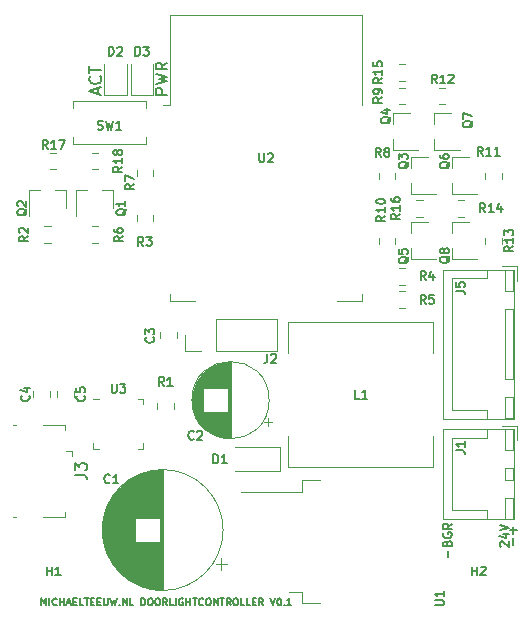
<source format=gbr>
%TF.GenerationSoftware,KiCad,Pcbnew,(5.1.6-0-10_14)*%
%TF.CreationDate,2020-07-27T20:59:48+02:00*%
%TF.ProjectId,DoorLightController,446f6f72-4c69-4676-9874-436f6e74726f,rev?*%
%TF.SameCoordinates,Original*%
%TF.FileFunction,Legend,Top*%
%TF.FilePolarity,Positive*%
%FSLAX46Y46*%
G04 Gerber Fmt 4.6, Leading zero omitted, Abs format (unit mm)*
G04 Created by KiCad (PCBNEW (5.1.6-0-10_14)) date 2020-07-27 20:59:48*
%MOMM*%
%LPD*%
G01*
G04 APERTURE LIST*
%ADD10C,0.150000*%
%ADD11C,0.120000*%
G04 APERTURE END LIST*
D10*
X225453571Y-101810714D02*
X225453571Y-101239285D01*
X225346428Y-100632142D02*
X225382142Y-100525000D01*
X225417857Y-100489285D01*
X225489285Y-100453571D01*
X225596428Y-100453571D01*
X225667857Y-100489285D01*
X225703571Y-100525000D01*
X225739285Y-100596428D01*
X225739285Y-100882142D01*
X224989285Y-100882142D01*
X224989285Y-100632142D01*
X225025000Y-100560714D01*
X225060714Y-100525000D01*
X225132142Y-100489285D01*
X225203571Y-100489285D01*
X225275000Y-100525000D01*
X225310714Y-100560714D01*
X225346428Y-100632142D01*
X225346428Y-100882142D01*
X225025000Y-99739285D02*
X224989285Y-99810714D01*
X224989285Y-99917857D01*
X225025000Y-100025000D01*
X225096428Y-100096428D01*
X225167857Y-100132142D01*
X225310714Y-100167857D01*
X225417857Y-100167857D01*
X225560714Y-100132142D01*
X225632142Y-100096428D01*
X225703571Y-100025000D01*
X225739285Y-99917857D01*
X225739285Y-99846428D01*
X225703571Y-99739285D01*
X225667857Y-99703571D01*
X225417857Y-99703571D01*
X225417857Y-99846428D01*
X225739285Y-98953571D02*
X225382142Y-99203571D01*
X225739285Y-99382142D02*
X224989285Y-99382142D01*
X224989285Y-99096428D01*
X225025000Y-99025000D01*
X225060714Y-98989285D01*
X225132142Y-98953571D01*
X225239285Y-98953571D01*
X225310714Y-98989285D01*
X225346428Y-99025000D01*
X225382142Y-99096428D01*
X225382142Y-99382142D01*
X229860714Y-100892857D02*
X229825000Y-100857142D01*
X229789285Y-100785714D01*
X229789285Y-100607142D01*
X229825000Y-100535714D01*
X229860714Y-100500000D01*
X229932142Y-100464285D01*
X230003571Y-100464285D01*
X230110714Y-100500000D01*
X230539285Y-100928571D01*
X230539285Y-100464285D01*
X230039285Y-99821428D02*
X230539285Y-99821428D01*
X229753571Y-100000000D02*
X230289285Y-100178571D01*
X230289285Y-99714285D01*
X229789285Y-99535714D02*
X230539285Y-99285714D01*
X229789285Y-99035714D01*
X230953571Y-100750000D02*
X230953571Y-100178571D01*
X230953571Y-99821428D02*
X230953571Y-99250000D01*
X231239285Y-99535714D02*
X230667857Y-99535714D01*
X190978571Y-105871428D02*
X190978571Y-105271428D01*
X191178571Y-105700000D01*
X191378571Y-105271428D01*
X191378571Y-105871428D01*
X191664285Y-105871428D02*
X191664285Y-105271428D01*
X192292857Y-105814285D02*
X192264285Y-105842857D01*
X192178571Y-105871428D01*
X192121428Y-105871428D01*
X192035714Y-105842857D01*
X191978571Y-105785714D01*
X191950000Y-105728571D01*
X191921428Y-105614285D01*
X191921428Y-105528571D01*
X191950000Y-105414285D01*
X191978571Y-105357142D01*
X192035714Y-105300000D01*
X192121428Y-105271428D01*
X192178571Y-105271428D01*
X192264285Y-105300000D01*
X192292857Y-105328571D01*
X192550000Y-105871428D02*
X192550000Y-105271428D01*
X192550000Y-105557142D02*
X192892857Y-105557142D01*
X192892857Y-105871428D02*
X192892857Y-105271428D01*
X193150000Y-105700000D02*
X193435714Y-105700000D01*
X193092857Y-105871428D02*
X193292857Y-105271428D01*
X193492857Y-105871428D01*
X193692857Y-105557142D02*
X193892857Y-105557142D01*
X193978571Y-105871428D02*
X193692857Y-105871428D01*
X193692857Y-105271428D01*
X193978571Y-105271428D01*
X194521428Y-105871428D02*
X194235714Y-105871428D01*
X194235714Y-105271428D01*
X194635714Y-105271428D02*
X194978571Y-105271428D01*
X194807142Y-105871428D02*
X194807142Y-105271428D01*
X195178571Y-105557142D02*
X195378571Y-105557142D01*
X195464285Y-105871428D02*
X195178571Y-105871428D01*
X195178571Y-105271428D01*
X195464285Y-105271428D01*
X195721428Y-105557142D02*
X195921428Y-105557142D01*
X196007142Y-105871428D02*
X195721428Y-105871428D01*
X195721428Y-105271428D01*
X196007142Y-105271428D01*
X196264285Y-105271428D02*
X196264285Y-105757142D01*
X196292857Y-105814285D01*
X196321428Y-105842857D01*
X196378571Y-105871428D01*
X196492857Y-105871428D01*
X196550000Y-105842857D01*
X196578571Y-105814285D01*
X196607142Y-105757142D01*
X196607142Y-105271428D01*
X196835714Y-105271428D02*
X196978571Y-105871428D01*
X197092857Y-105442857D01*
X197207142Y-105871428D01*
X197350000Y-105271428D01*
X197578571Y-105814285D02*
X197607142Y-105842857D01*
X197578571Y-105871428D01*
X197550000Y-105842857D01*
X197578571Y-105814285D01*
X197578571Y-105871428D01*
X197864285Y-105871428D02*
X197864285Y-105271428D01*
X198207142Y-105871428D01*
X198207142Y-105271428D01*
X198778571Y-105871428D02*
X198492857Y-105871428D01*
X198492857Y-105271428D01*
X199435714Y-105871428D02*
X199435714Y-105271428D01*
X199578571Y-105271428D01*
X199664285Y-105300000D01*
X199721428Y-105357142D01*
X199750000Y-105414285D01*
X199778571Y-105528571D01*
X199778571Y-105614285D01*
X199750000Y-105728571D01*
X199721428Y-105785714D01*
X199664285Y-105842857D01*
X199578571Y-105871428D01*
X199435714Y-105871428D01*
X200150000Y-105271428D02*
X200264285Y-105271428D01*
X200321428Y-105300000D01*
X200378571Y-105357142D01*
X200407142Y-105471428D01*
X200407142Y-105671428D01*
X200378571Y-105785714D01*
X200321428Y-105842857D01*
X200264285Y-105871428D01*
X200150000Y-105871428D01*
X200092857Y-105842857D01*
X200035714Y-105785714D01*
X200007142Y-105671428D01*
X200007142Y-105471428D01*
X200035714Y-105357142D01*
X200092857Y-105300000D01*
X200150000Y-105271428D01*
X200778571Y-105271428D02*
X200892857Y-105271428D01*
X200950000Y-105300000D01*
X201007142Y-105357142D01*
X201035714Y-105471428D01*
X201035714Y-105671428D01*
X201007142Y-105785714D01*
X200950000Y-105842857D01*
X200892857Y-105871428D01*
X200778571Y-105871428D01*
X200721428Y-105842857D01*
X200664285Y-105785714D01*
X200635714Y-105671428D01*
X200635714Y-105471428D01*
X200664285Y-105357142D01*
X200721428Y-105300000D01*
X200778571Y-105271428D01*
X201635714Y-105871428D02*
X201435714Y-105585714D01*
X201292857Y-105871428D02*
X201292857Y-105271428D01*
X201521428Y-105271428D01*
X201578571Y-105300000D01*
X201607142Y-105328571D01*
X201635714Y-105385714D01*
X201635714Y-105471428D01*
X201607142Y-105528571D01*
X201578571Y-105557142D01*
X201521428Y-105585714D01*
X201292857Y-105585714D01*
X202178571Y-105871428D02*
X201892857Y-105871428D01*
X201892857Y-105271428D01*
X202378571Y-105871428D02*
X202378571Y-105271428D01*
X202978571Y-105300000D02*
X202921428Y-105271428D01*
X202835714Y-105271428D01*
X202750000Y-105300000D01*
X202692857Y-105357142D01*
X202664285Y-105414285D01*
X202635714Y-105528571D01*
X202635714Y-105614285D01*
X202664285Y-105728571D01*
X202692857Y-105785714D01*
X202750000Y-105842857D01*
X202835714Y-105871428D01*
X202892857Y-105871428D01*
X202978571Y-105842857D01*
X203007142Y-105814285D01*
X203007142Y-105614285D01*
X202892857Y-105614285D01*
X203264285Y-105871428D02*
X203264285Y-105271428D01*
X203264285Y-105557142D02*
X203607142Y-105557142D01*
X203607142Y-105871428D02*
X203607142Y-105271428D01*
X203807142Y-105271428D02*
X204150000Y-105271428D01*
X203978571Y-105871428D02*
X203978571Y-105271428D01*
X204692857Y-105814285D02*
X204664285Y-105842857D01*
X204578571Y-105871428D01*
X204521428Y-105871428D01*
X204435714Y-105842857D01*
X204378571Y-105785714D01*
X204350000Y-105728571D01*
X204321428Y-105614285D01*
X204321428Y-105528571D01*
X204350000Y-105414285D01*
X204378571Y-105357142D01*
X204435714Y-105300000D01*
X204521428Y-105271428D01*
X204578571Y-105271428D01*
X204664285Y-105300000D01*
X204692857Y-105328571D01*
X205064285Y-105271428D02*
X205178571Y-105271428D01*
X205235714Y-105300000D01*
X205292857Y-105357142D01*
X205321428Y-105471428D01*
X205321428Y-105671428D01*
X205292857Y-105785714D01*
X205235714Y-105842857D01*
X205178571Y-105871428D01*
X205064285Y-105871428D01*
X205007142Y-105842857D01*
X204950000Y-105785714D01*
X204921428Y-105671428D01*
X204921428Y-105471428D01*
X204950000Y-105357142D01*
X205007142Y-105300000D01*
X205064285Y-105271428D01*
X205578571Y-105871428D02*
X205578571Y-105271428D01*
X205921428Y-105871428D01*
X205921428Y-105271428D01*
X206121428Y-105271428D02*
X206464285Y-105271428D01*
X206292857Y-105871428D02*
X206292857Y-105271428D01*
X207007142Y-105871428D02*
X206807142Y-105585714D01*
X206664285Y-105871428D02*
X206664285Y-105271428D01*
X206892857Y-105271428D01*
X206950000Y-105300000D01*
X206978571Y-105328571D01*
X207007142Y-105385714D01*
X207007142Y-105471428D01*
X206978571Y-105528571D01*
X206950000Y-105557142D01*
X206892857Y-105585714D01*
X206664285Y-105585714D01*
X207378571Y-105271428D02*
X207492857Y-105271428D01*
X207550000Y-105300000D01*
X207607142Y-105357142D01*
X207635714Y-105471428D01*
X207635714Y-105671428D01*
X207607142Y-105785714D01*
X207550000Y-105842857D01*
X207492857Y-105871428D01*
X207378571Y-105871428D01*
X207321428Y-105842857D01*
X207264285Y-105785714D01*
X207235714Y-105671428D01*
X207235714Y-105471428D01*
X207264285Y-105357142D01*
X207321428Y-105300000D01*
X207378571Y-105271428D01*
X208178571Y-105871428D02*
X207892857Y-105871428D01*
X207892857Y-105271428D01*
X208664285Y-105871428D02*
X208378571Y-105871428D01*
X208378571Y-105271428D01*
X208864285Y-105557142D02*
X209064285Y-105557142D01*
X209150000Y-105871428D02*
X208864285Y-105871428D01*
X208864285Y-105271428D01*
X209150000Y-105271428D01*
X209750000Y-105871428D02*
X209550000Y-105585714D01*
X209407142Y-105871428D02*
X209407142Y-105271428D01*
X209635714Y-105271428D01*
X209692857Y-105300000D01*
X209721428Y-105328571D01*
X209750000Y-105385714D01*
X209750000Y-105471428D01*
X209721428Y-105528571D01*
X209692857Y-105557142D01*
X209635714Y-105585714D01*
X209407142Y-105585714D01*
X210378571Y-105271428D02*
X210578571Y-105871428D01*
X210778571Y-105271428D01*
X211092857Y-105271428D02*
X211150000Y-105271428D01*
X211207142Y-105300000D01*
X211235714Y-105328571D01*
X211264285Y-105385714D01*
X211292857Y-105500000D01*
X211292857Y-105642857D01*
X211264285Y-105757142D01*
X211235714Y-105814285D01*
X211207142Y-105842857D01*
X211150000Y-105871428D01*
X211092857Y-105871428D01*
X211035714Y-105842857D01*
X211007142Y-105814285D01*
X210978571Y-105757142D01*
X210950000Y-105642857D01*
X210950000Y-105500000D01*
X210978571Y-105385714D01*
X211007142Y-105328571D01*
X211035714Y-105300000D01*
X211092857Y-105271428D01*
X211550000Y-105814285D02*
X211578571Y-105842857D01*
X211550000Y-105871428D01*
X211521428Y-105842857D01*
X211550000Y-105814285D01*
X211550000Y-105871428D01*
X212150000Y-105871428D02*
X211807142Y-105871428D01*
X211978571Y-105871428D02*
X211978571Y-105271428D01*
X211921428Y-105357142D01*
X211864285Y-105414285D01*
X211807142Y-105442857D01*
D11*
%TO.C,J3*%
X193012500Y-90600000D02*
X193012500Y-91050000D01*
X191162500Y-90600000D02*
X193012500Y-90600000D01*
X188612500Y-98400000D02*
X188862500Y-98400000D01*
X188612500Y-90600000D02*
X188862500Y-90600000D01*
X191162500Y-98400000D02*
X193012500Y-98400000D01*
X193012500Y-98400000D02*
X193012500Y-97950000D01*
X193562500Y-92800000D02*
X193562500Y-93250000D01*
X193562500Y-92800000D02*
X193112500Y-92800000D01*
%TO.C,SW1*%
X193650000Y-66850000D02*
X193650000Y-66200000D01*
X193650000Y-63150000D02*
X193650000Y-63800000D01*
X199850000Y-63800000D02*
X199850000Y-63150000D01*
X199850000Y-66850000D02*
X199850000Y-66200000D01*
X193650000Y-66850000D02*
X199850000Y-66850000D01*
X199850000Y-63150000D02*
X193650000Y-63150000D01*
%TO.C,R18*%
X195758578Y-68960000D02*
X195241422Y-68960000D01*
X195758578Y-67540000D02*
X195241422Y-67540000D01*
%TO.C,R17*%
X192258578Y-67540000D02*
X191741422Y-67540000D01*
X192258578Y-68960000D02*
X191741422Y-68960000D01*
%TO.C,L1*%
X224120000Y-91500000D02*
X224120000Y-94120000D01*
X224120000Y-81880000D02*
X224120000Y-84500000D01*
X211880000Y-81880000D02*
X211880000Y-84500000D01*
X211880000Y-81880000D02*
X224120000Y-81880000D01*
X211880000Y-91500000D02*
X211880000Y-94120000D01*
X211880000Y-94120000D02*
X224120000Y-94120000D01*
%TO.C,D3*%
X198540000Y-60000000D02*
X198540000Y-62685000D01*
X198540000Y-62685000D02*
X200460000Y-62685000D01*
X200460000Y-62685000D02*
X200460000Y-60000000D01*
%TO.C,D2*%
X196290000Y-60000000D02*
X196290000Y-62685000D01*
X196290000Y-62685000D02*
X198210000Y-62685000D01*
X198210000Y-62685000D02*
X198210000Y-60000000D01*
%TO.C,D1*%
X211200000Y-94500000D02*
X211200000Y-92500000D01*
X211200000Y-92500000D02*
X207350000Y-92500000D01*
X211200000Y-94500000D02*
X207350000Y-94500000D01*
%TO.C,C2*%
X210270000Y-88500000D02*
G75*
G03*
X210270000Y-88500000I-3270000J0D01*
G01*
X207000000Y-91730000D02*
X207000000Y-85270000D01*
X206960000Y-91730000D02*
X206960000Y-85270000D01*
X206920000Y-91730000D02*
X206920000Y-85270000D01*
X206880000Y-91728000D02*
X206880000Y-85272000D01*
X206840000Y-91727000D02*
X206840000Y-85273000D01*
X206800000Y-91724000D02*
X206800000Y-85276000D01*
X206760000Y-91722000D02*
X206760000Y-89540000D01*
X206760000Y-87460000D02*
X206760000Y-85278000D01*
X206720000Y-91718000D02*
X206720000Y-89540000D01*
X206720000Y-87460000D02*
X206720000Y-85282000D01*
X206680000Y-91715000D02*
X206680000Y-89540000D01*
X206680000Y-87460000D02*
X206680000Y-85285000D01*
X206640000Y-91711000D02*
X206640000Y-89540000D01*
X206640000Y-87460000D02*
X206640000Y-85289000D01*
X206600000Y-91706000D02*
X206600000Y-89540000D01*
X206600000Y-87460000D02*
X206600000Y-85294000D01*
X206560000Y-91701000D02*
X206560000Y-89540000D01*
X206560000Y-87460000D02*
X206560000Y-85299000D01*
X206520000Y-91695000D02*
X206520000Y-89540000D01*
X206520000Y-87460000D02*
X206520000Y-85305000D01*
X206480000Y-91689000D02*
X206480000Y-89540000D01*
X206480000Y-87460000D02*
X206480000Y-85311000D01*
X206440000Y-91682000D02*
X206440000Y-89540000D01*
X206440000Y-87460000D02*
X206440000Y-85318000D01*
X206400000Y-91675000D02*
X206400000Y-89540000D01*
X206400000Y-87460000D02*
X206400000Y-85325000D01*
X206360000Y-91667000D02*
X206360000Y-89540000D01*
X206360000Y-87460000D02*
X206360000Y-85333000D01*
X206320000Y-91659000D02*
X206320000Y-89540000D01*
X206320000Y-87460000D02*
X206320000Y-85341000D01*
X206279000Y-91650000D02*
X206279000Y-89540000D01*
X206279000Y-87460000D02*
X206279000Y-85350000D01*
X206239000Y-91641000D02*
X206239000Y-89540000D01*
X206239000Y-87460000D02*
X206239000Y-85359000D01*
X206199000Y-91631000D02*
X206199000Y-89540000D01*
X206199000Y-87460000D02*
X206199000Y-85369000D01*
X206159000Y-91621000D02*
X206159000Y-89540000D01*
X206159000Y-87460000D02*
X206159000Y-85379000D01*
X206119000Y-91610000D02*
X206119000Y-89540000D01*
X206119000Y-87460000D02*
X206119000Y-85390000D01*
X206079000Y-91598000D02*
X206079000Y-89540000D01*
X206079000Y-87460000D02*
X206079000Y-85402000D01*
X206039000Y-91586000D02*
X206039000Y-89540000D01*
X206039000Y-87460000D02*
X206039000Y-85414000D01*
X205999000Y-91574000D02*
X205999000Y-89540000D01*
X205999000Y-87460000D02*
X205999000Y-85426000D01*
X205959000Y-91561000D02*
X205959000Y-89540000D01*
X205959000Y-87460000D02*
X205959000Y-85439000D01*
X205919000Y-91547000D02*
X205919000Y-89540000D01*
X205919000Y-87460000D02*
X205919000Y-85453000D01*
X205879000Y-91533000D02*
X205879000Y-89540000D01*
X205879000Y-87460000D02*
X205879000Y-85467000D01*
X205839000Y-91518000D02*
X205839000Y-89540000D01*
X205839000Y-87460000D02*
X205839000Y-85482000D01*
X205799000Y-91502000D02*
X205799000Y-89540000D01*
X205799000Y-87460000D02*
X205799000Y-85498000D01*
X205759000Y-91486000D02*
X205759000Y-89540000D01*
X205759000Y-87460000D02*
X205759000Y-85514000D01*
X205719000Y-91470000D02*
X205719000Y-89540000D01*
X205719000Y-87460000D02*
X205719000Y-85530000D01*
X205679000Y-91452000D02*
X205679000Y-89540000D01*
X205679000Y-87460000D02*
X205679000Y-85548000D01*
X205639000Y-91434000D02*
X205639000Y-89540000D01*
X205639000Y-87460000D02*
X205639000Y-85566000D01*
X205599000Y-91416000D02*
X205599000Y-89540000D01*
X205599000Y-87460000D02*
X205599000Y-85584000D01*
X205559000Y-91396000D02*
X205559000Y-89540000D01*
X205559000Y-87460000D02*
X205559000Y-85604000D01*
X205519000Y-91376000D02*
X205519000Y-89540000D01*
X205519000Y-87460000D02*
X205519000Y-85624000D01*
X205479000Y-91356000D02*
X205479000Y-89540000D01*
X205479000Y-87460000D02*
X205479000Y-85644000D01*
X205439000Y-91334000D02*
X205439000Y-89540000D01*
X205439000Y-87460000D02*
X205439000Y-85666000D01*
X205399000Y-91312000D02*
X205399000Y-89540000D01*
X205399000Y-87460000D02*
X205399000Y-85688000D01*
X205359000Y-91290000D02*
X205359000Y-89540000D01*
X205359000Y-87460000D02*
X205359000Y-85710000D01*
X205319000Y-91266000D02*
X205319000Y-89540000D01*
X205319000Y-87460000D02*
X205319000Y-85734000D01*
X205279000Y-91242000D02*
X205279000Y-89540000D01*
X205279000Y-87460000D02*
X205279000Y-85758000D01*
X205239000Y-91216000D02*
X205239000Y-89540000D01*
X205239000Y-87460000D02*
X205239000Y-85784000D01*
X205199000Y-91190000D02*
X205199000Y-89540000D01*
X205199000Y-87460000D02*
X205199000Y-85810000D01*
X205159000Y-91164000D02*
X205159000Y-89540000D01*
X205159000Y-87460000D02*
X205159000Y-85836000D01*
X205119000Y-91136000D02*
X205119000Y-89540000D01*
X205119000Y-87460000D02*
X205119000Y-85864000D01*
X205079000Y-91107000D02*
X205079000Y-89540000D01*
X205079000Y-87460000D02*
X205079000Y-85893000D01*
X205039000Y-91078000D02*
X205039000Y-89540000D01*
X205039000Y-87460000D02*
X205039000Y-85922000D01*
X204999000Y-91048000D02*
X204999000Y-89540000D01*
X204999000Y-87460000D02*
X204999000Y-85952000D01*
X204959000Y-91016000D02*
X204959000Y-89540000D01*
X204959000Y-87460000D02*
X204959000Y-85984000D01*
X204919000Y-90984000D02*
X204919000Y-89540000D01*
X204919000Y-87460000D02*
X204919000Y-86016000D01*
X204879000Y-90950000D02*
X204879000Y-89540000D01*
X204879000Y-87460000D02*
X204879000Y-86050000D01*
X204839000Y-90916000D02*
X204839000Y-89540000D01*
X204839000Y-87460000D02*
X204839000Y-86084000D01*
X204799000Y-90880000D02*
X204799000Y-89540000D01*
X204799000Y-87460000D02*
X204799000Y-86120000D01*
X204759000Y-90843000D02*
X204759000Y-89540000D01*
X204759000Y-87460000D02*
X204759000Y-86157000D01*
X204719000Y-90805000D02*
X204719000Y-89540000D01*
X204719000Y-87460000D02*
X204719000Y-86195000D01*
X204679000Y-90765000D02*
X204679000Y-86235000D01*
X204639000Y-90724000D02*
X204639000Y-86276000D01*
X204599000Y-90682000D02*
X204599000Y-86318000D01*
X204559000Y-90637000D02*
X204559000Y-86363000D01*
X204519000Y-90592000D02*
X204519000Y-86408000D01*
X204479000Y-90544000D02*
X204479000Y-86456000D01*
X204439000Y-90495000D02*
X204439000Y-86505000D01*
X204399000Y-90444000D02*
X204399000Y-86556000D01*
X204359000Y-90390000D02*
X204359000Y-86610000D01*
X204319000Y-90334000D02*
X204319000Y-86666000D01*
X204279000Y-90276000D02*
X204279000Y-86724000D01*
X204239000Y-90214000D02*
X204239000Y-86786000D01*
X204199000Y-90150000D02*
X204199000Y-86850000D01*
X204159000Y-90081000D02*
X204159000Y-86919000D01*
X204119000Y-90009000D02*
X204119000Y-86991000D01*
X204079000Y-89932000D02*
X204079000Y-87068000D01*
X204039000Y-89850000D02*
X204039000Y-87150000D01*
X203999000Y-89762000D02*
X203999000Y-87238000D01*
X203959000Y-89665000D02*
X203959000Y-87335000D01*
X203919000Y-89559000D02*
X203919000Y-87441000D01*
X203879000Y-89440000D02*
X203879000Y-87560000D01*
X203839000Y-89302000D02*
X203839000Y-87698000D01*
X203799000Y-89133000D02*
X203799000Y-87867000D01*
X203759000Y-88902000D02*
X203759000Y-88098000D01*
X210500241Y-90339000D02*
X209870241Y-90339000D01*
X210185241Y-90654000D02*
X210185241Y-90024000D01*
%TO.C,C1*%
X206370000Y-99500000D02*
G75*
G03*
X206370000Y-99500000I-5120000J0D01*
G01*
X201250000Y-104580000D02*
X201250000Y-94420000D01*
X201210000Y-104580000D02*
X201210000Y-94420000D01*
X201170000Y-104580000D02*
X201170000Y-94420000D01*
X201130000Y-104579000D02*
X201130000Y-94421000D01*
X201090000Y-104578000D02*
X201090000Y-94422000D01*
X201050000Y-104577000D02*
X201050000Y-94423000D01*
X201010000Y-104575000D02*
X201010000Y-100540000D01*
X201010000Y-98460000D02*
X201010000Y-94425000D01*
X200970000Y-104573000D02*
X200970000Y-100540000D01*
X200970000Y-98460000D02*
X200970000Y-94427000D01*
X200930000Y-104570000D02*
X200930000Y-100540000D01*
X200930000Y-98460000D02*
X200930000Y-94430000D01*
X200890000Y-104568000D02*
X200890000Y-100540000D01*
X200890000Y-98460000D02*
X200890000Y-94432000D01*
X200850000Y-104565000D02*
X200850000Y-100540000D01*
X200850000Y-98460000D02*
X200850000Y-94435000D01*
X200810000Y-104562000D02*
X200810000Y-100540000D01*
X200810000Y-98460000D02*
X200810000Y-94438000D01*
X200770000Y-104558000D02*
X200770000Y-100540000D01*
X200770000Y-98460000D02*
X200770000Y-94442000D01*
X200730000Y-104554000D02*
X200730000Y-100540000D01*
X200730000Y-98460000D02*
X200730000Y-94446000D01*
X200690000Y-104550000D02*
X200690000Y-100540000D01*
X200690000Y-98460000D02*
X200690000Y-94450000D01*
X200650000Y-104545000D02*
X200650000Y-100540000D01*
X200650000Y-98460000D02*
X200650000Y-94455000D01*
X200610000Y-104540000D02*
X200610000Y-100540000D01*
X200610000Y-98460000D02*
X200610000Y-94460000D01*
X200570000Y-104535000D02*
X200570000Y-100540000D01*
X200570000Y-98460000D02*
X200570000Y-94465000D01*
X200529000Y-104530000D02*
X200529000Y-100540000D01*
X200529000Y-98460000D02*
X200529000Y-94470000D01*
X200489000Y-104524000D02*
X200489000Y-100540000D01*
X200489000Y-98460000D02*
X200489000Y-94476000D01*
X200449000Y-104518000D02*
X200449000Y-100540000D01*
X200449000Y-98460000D02*
X200449000Y-94482000D01*
X200409000Y-104511000D02*
X200409000Y-100540000D01*
X200409000Y-98460000D02*
X200409000Y-94489000D01*
X200369000Y-104504000D02*
X200369000Y-100540000D01*
X200369000Y-98460000D02*
X200369000Y-94496000D01*
X200329000Y-104497000D02*
X200329000Y-100540000D01*
X200329000Y-98460000D02*
X200329000Y-94503000D01*
X200289000Y-104490000D02*
X200289000Y-100540000D01*
X200289000Y-98460000D02*
X200289000Y-94510000D01*
X200249000Y-104482000D02*
X200249000Y-100540000D01*
X200249000Y-98460000D02*
X200249000Y-94518000D01*
X200209000Y-104474000D02*
X200209000Y-100540000D01*
X200209000Y-98460000D02*
X200209000Y-94526000D01*
X200169000Y-104465000D02*
X200169000Y-100540000D01*
X200169000Y-98460000D02*
X200169000Y-94535000D01*
X200129000Y-104456000D02*
X200129000Y-100540000D01*
X200129000Y-98460000D02*
X200129000Y-94544000D01*
X200089000Y-104447000D02*
X200089000Y-100540000D01*
X200089000Y-98460000D02*
X200089000Y-94553000D01*
X200049000Y-104438000D02*
X200049000Y-100540000D01*
X200049000Y-98460000D02*
X200049000Y-94562000D01*
X200009000Y-104428000D02*
X200009000Y-100540000D01*
X200009000Y-98460000D02*
X200009000Y-94572000D01*
X199969000Y-104418000D02*
X199969000Y-100540000D01*
X199969000Y-98460000D02*
X199969000Y-94582000D01*
X199929000Y-104407000D02*
X199929000Y-100540000D01*
X199929000Y-98460000D02*
X199929000Y-94593000D01*
X199889000Y-104397000D02*
X199889000Y-100540000D01*
X199889000Y-98460000D02*
X199889000Y-94603000D01*
X199849000Y-104385000D02*
X199849000Y-100540000D01*
X199849000Y-98460000D02*
X199849000Y-94615000D01*
X199809000Y-104374000D02*
X199809000Y-100540000D01*
X199809000Y-98460000D02*
X199809000Y-94626000D01*
X199769000Y-104362000D02*
X199769000Y-100540000D01*
X199769000Y-98460000D02*
X199769000Y-94638000D01*
X199729000Y-104350000D02*
X199729000Y-100540000D01*
X199729000Y-98460000D02*
X199729000Y-94650000D01*
X199689000Y-104337000D02*
X199689000Y-100540000D01*
X199689000Y-98460000D02*
X199689000Y-94663000D01*
X199649000Y-104324000D02*
X199649000Y-100540000D01*
X199649000Y-98460000D02*
X199649000Y-94676000D01*
X199609000Y-104311000D02*
X199609000Y-100540000D01*
X199609000Y-98460000D02*
X199609000Y-94689000D01*
X199569000Y-104297000D02*
X199569000Y-100540000D01*
X199569000Y-98460000D02*
X199569000Y-94703000D01*
X199529000Y-104283000D02*
X199529000Y-100540000D01*
X199529000Y-98460000D02*
X199529000Y-94717000D01*
X199489000Y-104268000D02*
X199489000Y-100540000D01*
X199489000Y-98460000D02*
X199489000Y-94732000D01*
X199449000Y-104254000D02*
X199449000Y-100540000D01*
X199449000Y-98460000D02*
X199449000Y-94746000D01*
X199409000Y-104238000D02*
X199409000Y-100540000D01*
X199409000Y-98460000D02*
X199409000Y-94762000D01*
X199369000Y-104223000D02*
X199369000Y-100540000D01*
X199369000Y-98460000D02*
X199369000Y-94777000D01*
X199329000Y-104207000D02*
X199329000Y-100540000D01*
X199329000Y-98460000D02*
X199329000Y-94793000D01*
X199289000Y-104190000D02*
X199289000Y-100540000D01*
X199289000Y-98460000D02*
X199289000Y-94810000D01*
X199249000Y-104174000D02*
X199249000Y-100540000D01*
X199249000Y-98460000D02*
X199249000Y-94826000D01*
X199209000Y-104157000D02*
X199209000Y-100540000D01*
X199209000Y-98460000D02*
X199209000Y-94843000D01*
X199169000Y-104139000D02*
X199169000Y-100540000D01*
X199169000Y-98460000D02*
X199169000Y-94861000D01*
X199129000Y-104121000D02*
X199129000Y-100540000D01*
X199129000Y-98460000D02*
X199129000Y-94879000D01*
X199089000Y-104103000D02*
X199089000Y-100540000D01*
X199089000Y-98460000D02*
X199089000Y-94897000D01*
X199049000Y-104084000D02*
X199049000Y-100540000D01*
X199049000Y-98460000D02*
X199049000Y-94916000D01*
X199009000Y-104064000D02*
X199009000Y-100540000D01*
X199009000Y-98460000D02*
X199009000Y-94936000D01*
X198969000Y-104045000D02*
X198969000Y-100540000D01*
X198969000Y-98460000D02*
X198969000Y-94955000D01*
X198929000Y-104025000D02*
X198929000Y-94975000D01*
X198889000Y-104004000D02*
X198889000Y-94996000D01*
X198849000Y-103983000D02*
X198849000Y-95017000D01*
X198809000Y-103962000D02*
X198809000Y-95038000D01*
X198769000Y-103940000D02*
X198769000Y-95060000D01*
X198729000Y-103917000D02*
X198729000Y-95083000D01*
X198689000Y-103895000D02*
X198689000Y-95105000D01*
X198649000Y-103871000D02*
X198649000Y-95129000D01*
X198609000Y-103847000D02*
X198609000Y-95153000D01*
X198569000Y-103823000D02*
X198569000Y-95177000D01*
X198529000Y-103798000D02*
X198529000Y-95202000D01*
X198489000Y-103773000D02*
X198489000Y-95227000D01*
X198449000Y-103747000D02*
X198449000Y-95253000D01*
X198409000Y-103721000D02*
X198409000Y-95279000D01*
X198369000Y-103694000D02*
X198369000Y-95306000D01*
X198329000Y-103666000D02*
X198329000Y-95334000D01*
X198289000Y-103638000D02*
X198289000Y-95362000D01*
X198249000Y-103610000D02*
X198249000Y-95390000D01*
X198209000Y-103580000D02*
X198209000Y-95420000D01*
X198169000Y-103550000D02*
X198169000Y-95450000D01*
X198129000Y-103520000D02*
X198129000Y-95480000D01*
X198089000Y-103489000D02*
X198089000Y-95511000D01*
X198049000Y-103457000D02*
X198049000Y-95543000D01*
X198009000Y-103425000D02*
X198009000Y-95575000D01*
X197969000Y-103392000D02*
X197969000Y-95608000D01*
X197929000Y-103358000D02*
X197929000Y-95642000D01*
X197889000Y-103324000D02*
X197889000Y-95676000D01*
X197849000Y-103289000D02*
X197849000Y-95711000D01*
X197809000Y-103253000D02*
X197809000Y-95747000D01*
X197769000Y-103216000D02*
X197769000Y-95784000D01*
X197729000Y-103179000D02*
X197729000Y-95821000D01*
X197689000Y-103140000D02*
X197689000Y-95860000D01*
X197649000Y-103101000D02*
X197649000Y-95899000D01*
X197609000Y-103061000D02*
X197609000Y-95939000D01*
X197569000Y-103020000D02*
X197569000Y-95980000D01*
X197529000Y-102978000D02*
X197529000Y-96022000D01*
X197489000Y-102936000D02*
X197489000Y-96064000D01*
X197449000Y-102892000D02*
X197449000Y-96108000D01*
X197409000Y-102847000D02*
X197409000Y-96153000D01*
X197369000Y-102801000D02*
X197369000Y-96199000D01*
X197329000Y-102754000D02*
X197329000Y-96246000D01*
X197289000Y-102706000D02*
X197289000Y-96294000D01*
X197249000Y-102656000D02*
X197249000Y-96344000D01*
X197209000Y-102606000D02*
X197209000Y-96394000D01*
X197169000Y-102554000D02*
X197169000Y-96446000D01*
X197129000Y-102500000D02*
X197129000Y-96500000D01*
X197089000Y-102445000D02*
X197089000Y-96555000D01*
X197049000Y-102389000D02*
X197049000Y-96611000D01*
X197009000Y-102330000D02*
X197009000Y-96670000D01*
X196969000Y-102270000D02*
X196969000Y-96730000D01*
X196929000Y-102209000D02*
X196929000Y-96791000D01*
X196889000Y-102145000D02*
X196889000Y-96855000D01*
X196849000Y-102079000D02*
X196849000Y-96921000D01*
X196809000Y-102010000D02*
X196809000Y-96990000D01*
X196769000Y-101939000D02*
X196769000Y-97061000D01*
X196729000Y-101865000D02*
X196729000Y-97135000D01*
X196689000Y-101789000D02*
X196689000Y-97211000D01*
X196649000Y-101709000D02*
X196649000Y-97291000D01*
X196609000Y-101625000D02*
X196609000Y-97375000D01*
X196569000Y-101537000D02*
X196569000Y-97463000D01*
X196529000Y-101444000D02*
X196529000Y-97556000D01*
X196489000Y-101346000D02*
X196489000Y-97654000D01*
X196449000Y-101242000D02*
X196449000Y-97758000D01*
X196409000Y-101130000D02*
X196409000Y-97870000D01*
X196369000Y-101010000D02*
X196369000Y-97990000D01*
X196329000Y-100878000D02*
X196329000Y-98122000D01*
X196289000Y-100730000D02*
X196289000Y-98270000D01*
X196249000Y-100562000D02*
X196249000Y-98438000D01*
X196209000Y-100362000D02*
X196209000Y-98638000D01*
X196169000Y-100099000D02*
X196169000Y-98901000D01*
X206729646Y-102375000D02*
X205729646Y-102375000D01*
X206229646Y-102875000D02*
X206229646Y-101875000D01*
%TO.C,U2*%
X201880000Y-55880000D02*
X218120000Y-55880000D01*
X218120000Y-55880000D02*
X218120000Y-63500000D01*
X218120000Y-79500000D02*
X218120000Y-80120000D01*
X218120000Y-80120000D02*
X216000000Y-80120000D01*
X204000000Y-80120000D02*
X201880000Y-80120000D01*
X201880000Y-80120000D02*
X201880000Y-79500000D01*
X201880000Y-63500000D02*
X201880000Y-55880000D01*
X201880000Y-63500000D02*
X201270000Y-63500000D01*
%TO.C,C3*%
X201040000Y-82741422D02*
X201040000Y-83258578D01*
X202460000Y-82741422D02*
X202460000Y-83258578D01*
%TO.C,C4*%
X190290000Y-88258578D02*
X190290000Y-87741422D01*
X191710000Y-88258578D02*
X191710000Y-87741422D01*
%TO.C,C5*%
X192290000Y-87741422D02*
X192290000Y-88258578D01*
X193710000Y-87741422D02*
X193710000Y-88258578D01*
%TO.C,J1*%
X230960000Y-90940000D02*
X224990000Y-90940000D01*
X224990000Y-90940000D02*
X224990000Y-98560000D01*
X224990000Y-98560000D02*
X230960000Y-98560000D01*
X230960000Y-98560000D02*
X230960000Y-90940000D01*
X230950000Y-94250000D02*
X230200000Y-94250000D01*
X230200000Y-94250000D02*
X230200000Y-95250000D01*
X230200000Y-95250000D02*
X230950000Y-95250000D01*
X230950000Y-95250000D02*
X230950000Y-94250000D01*
X230950000Y-90950000D02*
X230200000Y-90950000D01*
X230200000Y-90950000D02*
X230200000Y-92750000D01*
X230200000Y-92750000D02*
X230950000Y-92750000D01*
X230950000Y-92750000D02*
X230950000Y-90950000D01*
X230950000Y-96750000D02*
X230200000Y-96750000D01*
X230200000Y-96750000D02*
X230200000Y-98550000D01*
X230200000Y-98550000D02*
X230950000Y-98550000D01*
X230950000Y-98550000D02*
X230950000Y-96750000D01*
X228700000Y-90950000D02*
X228700000Y-91700000D01*
X228700000Y-91700000D02*
X225750000Y-91700000D01*
X225750000Y-91700000D02*
X225750000Y-94750000D01*
X228700000Y-98550000D02*
X228700000Y-97800000D01*
X228700000Y-97800000D02*
X225750000Y-97800000D01*
X225750000Y-97800000D02*
X225750000Y-94750000D01*
X231250000Y-91900000D02*
X231250000Y-90650000D01*
X231250000Y-90650000D02*
X230000000Y-90650000D01*
%TO.C,J2*%
X210910000Y-84330000D02*
X210910000Y-81670000D01*
X205770000Y-84330000D02*
X210910000Y-84330000D01*
X205770000Y-81670000D02*
X210910000Y-81670000D01*
X205770000Y-84330000D02*
X205770000Y-81670000D01*
X204500000Y-84330000D02*
X203170000Y-84330000D01*
X203170000Y-84330000D02*
X203170000Y-83000000D01*
%TO.C,J5*%
X230960000Y-77440000D02*
X224990000Y-77440000D01*
X224990000Y-77440000D02*
X224990000Y-90060000D01*
X224990000Y-90060000D02*
X230960000Y-90060000D01*
X230960000Y-90060000D02*
X230960000Y-77440000D01*
X230950000Y-80750000D02*
X230200000Y-80750000D01*
X230200000Y-80750000D02*
X230200000Y-86750000D01*
X230200000Y-86750000D02*
X230950000Y-86750000D01*
X230950000Y-86750000D02*
X230950000Y-80750000D01*
X230950000Y-77450000D02*
X230200000Y-77450000D01*
X230200000Y-77450000D02*
X230200000Y-79250000D01*
X230200000Y-79250000D02*
X230950000Y-79250000D01*
X230950000Y-79250000D02*
X230950000Y-77450000D01*
X230950000Y-88250000D02*
X230200000Y-88250000D01*
X230200000Y-88250000D02*
X230200000Y-90050000D01*
X230200000Y-90050000D02*
X230950000Y-90050000D01*
X230950000Y-90050000D02*
X230950000Y-88250000D01*
X228700000Y-77450000D02*
X228700000Y-78200000D01*
X228700000Y-78200000D02*
X225750000Y-78200000D01*
X225750000Y-78200000D02*
X225750000Y-83750000D01*
X228700000Y-90050000D02*
X228700000Y-89300000D01*
X228700000Y-89300000D02*
X225750000Y-89300000D01*
X225750000Y-89300000D02*
X225750000Y-83750000D01*
X231250000Y-78400000D02*
X231250000Y-77150000D01*
X231250000Y-77150000D02*
X230000000Y-77150000D01*
%TO.C,Q1*%
X197080000Y-70740000D02*
X196150000Y-70740000D01*
X193920000Y-70740000D02*
X194850000Y-70740000D01*
X193920000Y-70740000D02*
X193920000Y-72900000D01*
X197080000Y-70740000D02*
X197080000Y-72200000D01*
%TO.C,Q2*%
X193080000Y-70740000D02*
X192150000Y-70740000D01*
X189920000Y-70740000D02*
X190850000Y-70740000D01*
X189920000Y-70740000D02*
X189920000Y-72900000D01*
X193080000Y-70740000D02*
X193080000Y-72200000D01*
%TO.C,Q3*%
X222240000Y-67920000D02*
X222240000Y-68850000D01*
X222240000Y-71080000D02*
X222240000Y-70150000D01*
X222240000Y-71080000D02*
X224400000Y-71080000D01*
X222240000Y-67920000D02*
X223700000Y-67920000D01*
%TO.C,Q4*%
X220740000Y-64170000D02*
X222200000Y-64170000D01*
X220740000Y-67330000D02*
X222900000Y-67330000D01*
X220740000Y-67330000D02*
X220740000Y-66400000D01*
X220740000Y-64170000D02*
X220740000Y-65100000D01*
%TO.C,Q5*%
X222240000Y-73420000D02*
X222240000Y-74350000D01*
X222240000Y-76580000D02*
X222240000Y-75650000D01*
X222240000Y-76580000D02*
X224400000Y-76580000D01*
X222240000Y-73420000D02*
X223700000Y-73420000D01*
%TO.C,Q6*%
X225740000Y-67920000D02*
X227200000Y-67920000D01*
X225740000Y-71080000D02*
X227900000Y-71080000D01*
X225740000Y-71080000D02*
X225740000Y-70150000D01*
X225740000Y-67920000D02*
X225740000Y-68850000D01*
%TO.C,Q7*%
X224240000Y-64170000D02*
X225700000Y-64170000D01*
X224240000Y-67330000D02*
X226400000Y-67330000D01*
X224240000Y-67330000D02*
X224240000Y-66400000D01*
X224240000Y-64170000D02*
X224240000Y-65100000D01*
%TO.C,Q8*%
X225740000Y-73420000D02*
X227200000Y-73420000D01*
X225740000Y-76580000D02*
X227900000Y-76580000D01*
X225740000Y-76580000D02*
X225740000Y-75650000D01*
X225740000Y-73420000D02*
X225740000Y-74350000D01*
%TO.C,R1*%
X202210000Y-89258578D02*
X202210000Y-88741422D01*
X200790000Y-89258578D02*
X200790000Y-88741422D01*
%TO.C,R2*%
X191241422Y-75210000D02*
X191758578Y-75210000D01*
X191241422Y-73790000D02*
X191758578Y-73790000D01*
%TO.C,R3*%
X200460000Y-72803922D02*
X200460000Y-73321078D01*
X199040000Y-72803922D02*
X199040000Y-73321078D01*
%TO.C,R4*%
X221241422Y-78710000D02*
X221758578Y-78710000D01*
X221241422Y-77290000D02*
X221758578Y-77290000D01*
%TO.C,R5*%
X221758578Y-80710000D02*
X221241422Y-80710000D01*
X221758578Y-79290000D02*
X221241422Y-79290000D01*
%TO.C,R6*%
X195758578Y-75210000D02*
X195241422Y-75210000D01*
X195758578Y-73790000D02*
X195241422Y-73790000D01*
%TO.C,R7*%
X200460000Y-69508578D02*
X200460000Y-68991422D01*
X199040000Y-69508578D02*
X199040000Y-68991422D01*
%TO.C,R8*%
X220960000Y-69241422D02*
X220960000Y-69758578D01*
X219540000Y-69241422D02*
X219540000Y-69758578D01*
%TO.C,R9*%
X221241422Y-63460000D02*
X221758578Y-63460000D01*
X221241422Y-62040000D02*
X221758578Y-62040000D01*
%TO.C,R10*%
X220960000Y-74741422D02*
X220960000Y-75258578D01*
X219540000Y-74741422D02*
X219540000Y-75258578D01*
%TO.C,R11*%
X229960000Y-69758578D02*
X229960000Y-69241422D01*
X228540000Y-69758578D02*
X228540000Y-69241422D01*
%TO.C,R12*%
X224678922Y-62040000D02*
X225196078Y-62040000D01*
X224678922Y-63460000D02*
X225196078Y-63460000D01*
%TO.C,R13*%
X229960000Y-75258578D02*
X229960000Y-74741422D01*
X228540000Y-75258578D02*
X228540000Y-74741422D01*
%TO.C,R14*%
X226758578Y-71540000D02*
X226241422Y-71540000D01*
X226758578Y-72960000D02*
X226241422Y-72960000D01*
%TO.C,R15*%
X221241422Y-60040000D02*
X221758578Y-60040000D01*
X221241422Y-61460000D02*
X221758578Y-61460000D01*
%TO.C,R16*%
X222741422Y-71540000D02*
X223258578Y-71540000D01*
X222741422Y-72960000D02*
X223258578Y-72960000D01*
%TO.C,U1*%
X214550000Y-95300000D02*
X213050000Y-95300000D01*
X213050000Y-95300000D02*
X213050000Y-96250000D01*
X213050000Y-96250000D02*
X207925000Y-96250000D01*
X214550000Y-105700000D02*
X213050000Y-105700000D01*
X213050000Y-105700000D02*
X213050000Y-104750000D01*
X213050000Y-104750000D02*
X211950000Y-104750000D01*
%TO.C,U3*%
X199135000Y-88390000D02*
X199610000Y-88390000D01*
X199610000Y-88390000D02*
X199610000Y-88865000D01*
X195865000Y-92610000D02*
X195390000Y-92610000D01*
X195390000Y-92610000D02*
X195390000Y-92135000D01*
X199135000Y-92610000D02*
X199610000Y-92610000D01*
X199610000Y-92610000D02*
X199610000Y-92135000D01*
X195865000Y-88390000D02*
X195390000Y-88390000D01*
%TO.C,J3*%
D10*
X193814880Y-94833333D02*
X194529166Y-94833333D01*
X194672023Y-94880952D01*
X194767261Y-94976190D01*
X194814880Y-95119047D01*
X194814880Y-95214285D01*
X193814880Y-94452380D02*
X193814880Y-93833333D01*
X194195833Y-94166666D01*
X194195833Y-94023809D01*
X194243452Y-93928571D01*
X194291071Y-93880952D01*
X194386309Y-93833333D01*
X194624404Y-93833333D01*
X194719642Y-93880952D01*
X194767261Y-93928571D01*
X194814880Y-94023809D01*
X194814880Y-94309523D01*
X194767261Y-94404761D01*
X194719642Y-94452380D01*
%TO.C,SW1*%
X195750000Y-65553571D02*
X195857142Y-65589285D01*
X196035714Y-65589285D01*
X196107142Y-65553571D01*
X196142857Y-65517857D01*
X196178571Y-65446428D01*
X196178571Y-65375000D01*
X196142857Y-65303571D01*
X196107142Y-65267857D01*
X196035714Y-65232142D01*
X195892857Y-65196428D01*
X195821428Y-65160714D01*
X195785714Y-65125000D01*
X195750000Y-65053571D01*
X195750000Y-64982142D01*
X195785714Y-64910714D01*
X195821428Y-64875000D01*
X195892857Y-64839285D01*
X196071428Y-64839285D01*
X196178571Y-64875000D01*
X196428571Y-64839285D02*
X196607142Y-65589285D01*
X196750000Y-65053571D01*
X196892857Y-65589285D01*
X197071428Y-64839285D01*
X197750000Y-65589285D02*
X197321428Y-65589285D01*
X197535714Y-65589285D02*
X197535714Y-64839285D01*
X197464285Y-64946428D01*
X197392857Y-65017857D01*
X197321428Y-65053571D01*
%TO.C,R18*%
X197839285Y-68732142D02*
X197482142Y-68982142D01*
X197839285Y-69160714D02*
X197089285Y-69160714D01*
X197089285Y-68875000D01*
X197125000Y-68803571D01*
X197160714Y-68767857D01*
X197232142Y-68732142D01*
X197339285Y-68732142D01*
X197410714Y-68767857D01*
X197446428Y-68803571D01*
X197482142Y-68875000D01*
X197482142Y-69160714D01*
X197839285Y-68017857D02*
X197839285Y-68446428D01*
X197839285Y-68232142D02*
X197089285Y-68232142D01*
X197196428Y-68303571D01*
X197267857Y-68375000D01*
X197303571Y-68446428D01*
X197410714Y-67589285D02*
X197375000Y-67660714D01*
X197339285Y-67696428D01*
X197267857Y-67732142D01*
X197232142Y-67732142D01*
X197160714Y-67696428D01*
X197125000Y-67660714D01*
X197089285Y-67589285D01*
X197089285Y-67446428D01*
X197125000Y-67375000D01*
X197160714Y-67339285D01*
X197232142Y-67303571D01*
X197267857Y-67303571D01*
X197339285Y-67339285D01*
X197375000Y-67375000D01*
X197410714Y-67446428D01*
X197410714Y-67589285D01*
X197446428Y-67660714D01*
X197482142Y-67696428D01*
X197553571Y-67732142D01*
X197696428Y-67732142D01*
X197767857Y-67696428D01*
X197803571Y-67660714D01*
X197839285Y-67589285D01*
X197839285Y-67446428D01*
X197803571Y-67375000D01*
X197767857Y-67339285D01*
X197696428Y-67303571D01*
X197553571Y-67303571D01*
X197482142Y-67339285D01*
X197446428Y-67375000D01*
X197410714Y-67446428D01*
%TO.C,R17*%
X191517857Y-67239285D02*
X191267857Y-66882142D01*
X191089285Y-67239285D02*
X191089285Y-66489285D01*
X191375000Y-66489285D01*
X191446428Y-66525000D01*
X191482142Y-66560714D01*
X191517857Y-66632142D01*
X191517857Y-66739285D01*
X191482142Y-66810714D01*
X191446428Y-66846428D01*
X191375000Y-66882142D01*
X191089285Y-66882142D01*
X192232142Y-67239285D02*
X191803571Y-67239285D01*
X192017857Y-67239285D02*
X192017857Y-66489285D01*
X191946428Y-66596428D01*
X191875000Y-66667857D01*
X191803571Y-66703571D01*
X192482142Y-66489285D02*
X192982142Y-66489285D01*
X192660714Y-67239285D01*
%TO.C,L1*%
X217925000Y-88389285D02*
X217567857Y-88389285D01*
X217567857Y-87639285D01*
X218567857Y-88389285D02*
X218139285Y-88389285D01*
X218353571Y-88389285D02*
X218353571Y-87639285D01*
X218282142Y-87746428D01*
X218210714Y-87817857D01*
X218139285Y-87853571D01*
%TO.C,D3*%
X198946428Y-59339285D02*
X198946428Y-58589285D01*
X199125000Y-58589285D01*
X199232142Y-58625000D01*
X199303571Y-58696428D01*
X199339285Y-58767857D01*
X199375000Y-58910714D01*
X199375000Y-59017857D01*
X199339285Y-59160714D01*
X199303571Y-59232142D01*
X199232142Y-59303571D01*
X199125000Y-59339285D01*
X198946428Y-59339285D01*
X199625000Y-58589285D02*
X200089285Y-58589285D01*
X199839285Y-58875000D01*
X199946428Y-58875000D01*
X200017857Y-58910714D01*
X200053571Y-58946428D01*
X200089285Y-59017857D01*
X200089285Y-59196428D01*
X200053571Y-59267857D01*
X200017857Y-59303571D01*
X199946428Y-59339285D01*
X199732142Y-59339285D01*
X199660714Y-59303571D01*
X199625000Y-59267857D01*
X201652380Y-62633333D02*
X200652380Y-62633333D01*
X200652380Y-62252380D01*
X200700000Y-62157142D01*
X200747619Y-62109523D01*
X200842857Y-62061904D01*
X200985714Y-62061904D01*
X201080952Y-62109523D01*
X201128571Y-62157142D01*
X201176190Y-62252380D01*
X201176190Y-62633333D01*
X200652380Y-61728571D02*
X201652380Y-61490476D01*
X200938095Y-61300000D01*
X201652380Y-61109523D01*
X200652380Y-60871428D01*
X201652380Y-59919047D02*
X201176190Y-60252380D01*
X201652380Y-60490476D02*
X200652380Y-60490476D01*
X200652380Y-60109523D01*
X200700000Y-60014285D01*
X200747619Y-59966666D01*
X200842857Y-59919047D01*
X200985714Y-59919047D01*
X201080952Y-59966666D01*
X201128571Y-60014285D01*
X201176190Y-60109523D01*
X201176190Y-60490476D01*
%TO.C,D2*%
X196696428Y-59339285D02*
X196696428Y-58589285D01*
X196875000Y-58589285D01*
X196982142Y-58625000D01*
X197053571Y-58696428D01*
X197089285Y-58767857D01*
X197125000Y-58910714D01*
X197125000Y-59017857D01*
X197089285Y-59160714D01*
X197053571Y-59232142D01*
X196982142Y-59303571D01*
X196875000Y-59339285D01*
X196696428Y-59339285D01*
X197410714Y-58660714D02*
X197446428Y-58625000D01*
X197517857Y-58589285D01*
X197696428Y-58589285D01*
X197767857Y-58625000D01*
X197803571Y-58660714D01*
X197839285Y-58732142D01*
X197839285Y-58803571D01*
X197803571Y-58910714D01*
X197375000Y-59339285D01*
X197839285Y-59339285D01*
X195766666Y-62569047D02*
X195766666Y-62092857D01*
X196052380Y-62664285D02*
X195052380Y-62330952D01*
X196052380Y-61997619D01*
X195957142Y-61092857D02*
X196004761Y-61140476D01*
X196052380Y-61283333D01*
X196052380Y-61378571D01*
X196004761Y-61521428D01*
X195909523Y-61616666D01*
X195814285Y-61664285D01*
X195623809Y-61711904D01*
X195480952Y-61711904D01*
X195290476Y-61664285D01*
X195195238Y-61616666D01*
X195100000Y-61521428D01*
X195052380Y-61378571D01*
X195052380Y-61283333D01*
X195100000Y-61140476D01*
X195147619Y-61092857D01*
X195052380Y-60807142D02*
X195052380Y-60235714D01*
X196052380Y-60521428D02*
X195052380Y-60521428D01*
%TO.C,D1*%
X205546428Y-93839285D02*
X205546428Y-93089285D01*
X205725000Y-93089285D01*
X205832142Y-93125000D01*
X205903571Y-93196428D01*
X205939285Y-93267857D01*
X205975000Y-93410714D01*
X205975000Y-93517857D01*
X205939285Y-93660714D01*
X205903571Y-93732142D01*
X205832142Y-93803571D01*
X205725000Y-93839285D01*
X205546428Y-93839285D01*
X206689285Y-93839285D02*
X206260714Y-93839285D01*
X206475000Y-93839285D02*
X206475000Y-93089285D01*
X206403571Y-93196428D01*
X206332142Y-93267857D01*
X206260714Y-93303571D01*
%TO.C,C2*%
X203875000Y-91767857D02*
X203839285Y-91803571D01*
X203732142Y-91839285D01*
X203660714Y-91839285D01*
X203553571Y-91803571D01*
X203482142Y-91732142D01*
X203446428Y-91660714D01*
X203410714Y-91517857D01*
X203410714Y-91410714D01*
X203446428Y-91267857D01*
X203482142Y-91196428D01*
X203553571Y-91125000D01*
X203660714Y-91089285D01*
X203732142Y-91089285D01*
X203839285Y-91125000D01*
X203875000Y-91160714D01*
X204160714Y-91160714D02*
X204196428Y-91125000D01*
X204267857Y-91089285D01*
X204446428Y-91089285D01*
X204517857Y-91125000D01*
X204553571Y-91160714D01*
X204589285Y-91232142D01*
X204589285Y-91303571D01*
X204553571Y-91410714D01*
X204125000Y-91839285D01*
X204589285Y-91839285D01*
%TO.C,C1*%
X196775000Y-95467857D02*
X196739285Y-95503571D01*
X196632142Y-95539285D01*
X196560714Y-95539285D01*
X196453571Y-95503571D01*
X196382142Y-95432142D01*
X196346428Y-95360714D01*
X196310714Y-95217857D01*
X196310714Y-95110714D01*
X196346428Y-94967857D01*
X196382142Y-94896428D01*
X196453571Y-94825000D01*
X196560714Y-94789285D01*
X196632142Y-94789285D01*
X196739285Y-94825000D01*
X196775000Y-94860714D01*
X197489285Y-95539285D02*
X197060714Y-95539285D01*
X197275000Y-95539285D02*
X197275000Y-94789285D01*
X197203571Y-94896428D01*
X197132142Y-94967857D01*
X197060714Y-95003571D01*
%TO.C,U2*%
X209428571Y-67589285D02*
X209428571Y-68196428D01*
X209464285Y-68267857D01*
X209500000Y-68303571D01*
X209571428Y-68339285D01*
X209714285Y-68339285D01*
X209785714Y-68303571D01*
X209821428Y-68267857D01*
X209857142Y-68196428D01*
X209857142Y-67589285D01*
X210178571Y-67660714D02*
X210214285Y-67625000D01*
X210285714Y-67589285D01*
X210464285Y-67589285D01*
X210535714Y-67625000D01*
X210571428Y-67660714D01*
X210607142Y-67732142D01*
X210607142Y-67803571D01*
X210571428Y-67910714D01*
X210142857Y-68339285D01*
X210607142Y-68339285D01*
%TO.C,H2*%
X227428571Y-103339285D02*
X227428571Y-102589285D01*
X227428571Y-102946428D02*
X227857142Y-102946428D01*
X227857142Y-103339285D02*
X227857142Y-102589285D01*
X228178571Y-102660714D02*
X228214285Y-102625000D01*
X228285714Y-102589285D01*
X228464285Y-102589285D01*
X228535714Y-102625000D01*
X228571428Y-102660714D01*
X228607142Y-102732142D01*
X228607142Y-102803571D01*
X228571428Y-102910714D01*
X228142857Y-103339285D01*
X228607142Y-103339285D01*
%TO.C,H1*%
X191428571Y-103339285D02*
X191428571Y-102589285D01*
X191428571Y-102946428D02*
X191857142Y-102946428D01*
X191857142Y-103339285D02*
X191857142Y-102589285D01*
X192607142Y-103339285D02*
X192178571Y-103339285D01*
X192392857Y-103339285D02*
X192392857Y-102589285D01*
X192321428Y-102696428D01*
X192250000Y-102767857D01*
X192178571Y-102803571D01*
%TO.C,C3*%
X200467857Y-83175000D02*
X200503571Y-83210714D01*
X200539285Y-83317857D01*
X200539285Y-83389285D01*
X200503571Y-83496428D01*
X200432142Y-83567857D01*
X200360714Y-83603571D01*
X200217857Y-83639285D01*
X200110714Y-83639285D01*
X199967857Y-83603571D01*
X199896428Y-83567857D01*
X199825000Y-83496428D01*
X199789285Y-83389285D01*
X199789285Y-83317857D01*
X199825000Y-83210714D01*
X199860714Y-83175000D01*
X199789285Y-82925000D02*
X199789285Y-82460714D01*
X200075000Y-82710714D01*
X200075000Y-82603571D01*
X200110714Y-82532142D01*
X200146428Y-82496428D01*
X200217857Y-82460714D01*
X200396428Y-82460714D01*
X200467857Y-82496428D01*
X200503571Y-82532142D01*
X200539285Y-82603571D01*
X200539285Y-82817857D01*
X200503571Y-82889285D01*
X200467857Y-82925000D01*
%TO.C,C4*%
X189917857Y-88125000D02*
X189953571Y-88160714D01*
X189989285Y-88267857D01*
X189989285Y-88339285D01*
X189953571Y-88446428D01*
X189882142Y-88517857D01*
X189810714Y-88553571D01*
X189667857Y-88589285D01*
X189560714Y-88589285D01*
X189417857Y-88553571D01*
X189346428Y-88517857D01*
X189275000Y-88446428D01*
X189239285Y-88339285D01*
X189239285Y-88267857D01*
X189275000Y-88160714D01*
X189310714Y-88125000D01*
X189489285Y-87482142D02*
X189989285Y-87482142D01*
X189203571Y-87660714D02*
X189739285Y-87839285D01*
X189739285Y-87375000D01*
%TO.C,C5*%
X194617857Y-88125000D02*
X194653571Y-88160714D01*
X194689285Y-88267857D01*
X194689285Y-88339285D01*
X194653571Y-88446428D01*
X194582142Y-88517857D01*
X194510714Y-88553571D01*
X194367857Y-88589285D01*
X194260714Y-88589285D01*
X194117857Y-88553571D01*
X194046428Y-88517857D01*
X193975000Y-88446428D01*
X193939285Y-88339285D01*
X193939285Y-88267857D01*
X193975000Y-88160714D01*
X194010714Y-88125000D01*
X193939285Y-87446428D02*
X193939285Y-87803571D01*
X194296428Y-87839285D01*
X194260714Y-87803571D01*
X194225000Y-87732142D01*
X194225000Y-87553571D01*
X194260714Y-87482142D01*
X194296428Y-87446428D01*
X194367857Y-87410714D01*
X194546428Y-87410714D01*
X194617857Y-87446428D01*
X194653571Y-87482142D01*
X194689285Y-87553571D01*
X194689285Y-87732142D01*
X194653571Y-87803571D01*
X194617857Y-87839285D01*
%TO.C,J1*%
X226089285Y-92750000D02*
X226625000Y-92750000D01*
X226732142Y-92785714D01*
X226803571Y-92857142D01*
X226839285Y-92964285D01*
X226839285Y-93035714D01*
X226839285Y-92000000D02*
X226839285Y-92428571D01*
X226839285Y-92214285D02*
X226089285Y-92214285D01*
X226196428Y-92285714D01*
X226267857Y-92357142D01*
X226303571Y-92428571D01*
%TO.C,J2*%
X210100000Y-84589285D02*
X210100000Y-85125000D01*
X210064285Y-85232142D01*
X209992857Y-85303571D01*
X209885714Y-85339285D01*
X209814285Y-85339285D01*
X210421428Y-84660714D02*
X210457142Y-84625000D01*
X210528571Y-84589285D01*
X210707142Y-84589285D01*
X210778571Y-84625000D01*
X210814285Y-84660714D01*
X210850000Y-84732142D01*
X210850000Y-84803571D01*
X210814285Y-84910714D01*
X210385714Y-85339285D01*
X210850000Y-85339285D01*
%TO.C,J5*%
X226089285Y-79250000D02*
X226625000Y-79250000D01*
X226732142Y-79285714D01*
X226803571Y-79357142D01*
X226839285Y-79464285D01*
X226839285Y-79535714D01*
X226089285Y-78535714D02*
X226089285Y-78892857D01*
X226446428Y-78928571D01*
X226410714Y-78892857D01*
X226375000Y-78821428D01*
X226375000Y-78642857D01*
X226410714Y-78571428D01*
X226446428Y-78535714D01*
X226517857Y-78500000D01*
X226696428Y-78500000D01*
X226767857Y-78535714D01*
X226803571Y-78571428D01*
X226839285Y-78642857D01*
X226839285Y-78821428D01*
X226803571Y-78892857D01*
X226767857Y-78928571D01*
%TO.C,Q1*%
X198160714Y-72321428D02*
X198125000Y-72392857D01*
X198053571Y-72464285D01*
X197946428Y-72571428D01*
X197910714Y-72642857D01*
X197910714Y-72714285D01*
X198089285Y-72678571D02*
X198053571Y-72750000D01*
X197982142Y-72821428D01*
X197839285Y-72857142D01*
X197589285Y-72857142D01*
X197446428Y-72821428D01*
X197375000Y-72750000D01*
X197339285Y-72678571D01*
X197339285Y-72535714D01*
X197375000Y-72464285D01*
X197446428Y-72392857D01*
X197589285Y-72357142D01*
X197839285Y-72357142D01*
X197982142Y-72392857D01*
X198053571Y-72464285D01*
X198089285Y-72535714D01*
X198089285Y-72678571D01*
X198089285Y-71642857D02*
X198089285Y-72071428D01*
X198089285Y-71857142D02*
X197339285Y-71857142D01*
X197446428Y-71928571D01*
X197517857Y-72000000D01*
X197553571Y-72071428D01*
%TO.C,Q2*%
X189760714Y-72321428D02*
X189725000Y-72392857D01*
X189653571Y-72464285D01*
X189546428Y-72571428D01*
X189510714Y-72642857D01*
X189510714Y-72714285D01*
X189689285Y-72678571D02*
X189653571Y-72750000D01*
X189582142Y-72821428D01*
X189439285Y-72857142D01*
X189189285Y-72857142D01*
X189046428Y-72821428D01*
X188975000Y-72750000D01*
X188939285Y-72678571D01*
X188939285Y-72535714D01*
X188975000Y-72464285D01*
X189046428Y-72392857D01*
X189189285Y-72357142D01*
X189439285Y-72357142D01*
X189582142Y-72392857D01*
X189653571Y-72464285D01*
X189689285Y-72535714D01*
X189689285Y-72678571D01*
X189010714Y-72071428D02*
X188975000Y-72035714D01*
X188939285Y-71964285D01*
X188939285Y-71785714D01*
X188975000Y-71714285D01*
X189010714Y-71678571D01*
X189082142Y-71642857D01*
X189153571Y-71642857D01*
X189260714Y-71678571D01*
X189689285Y-72107142D01*
X189689285Y-71642857D01*
%TO.C,Q3*%
X222060714Y-68321428D02*
X222025000Y-68392857D01*
X221953571Y-68464285D01*
X221846428Y-68571428D01*
X221810714Y-68642857D01*
X221810714Y-68714285D01*
X221989285Y-68678571D02*
X221953571Y-68750000D01*
X221882142Y-68821428D01*
X221739285Y-68857142D01*
X221489285Y-68857142D01*
X221346428Y-68821428D01*
X221275000Y-68750000D01*
X221239285Y-68678571D01*
X221239285Y-68535714D01*
X221275000Y-68464285D01*
X221346428Y-68392857D01*
X221489285Y-68357142D01*
X221739285Y-68357142D01*
X221882142Y-68392857D01*
X221953571Y-68464285D01*
X221989285Y-68535714D01*
X221989285Y-68678571D01*
X221239285Y-68107142D02*
X221239285Y-67642857D01*
X221525000Y-67892857D01*
X221525000Y-67785714D01*
X221560714Y-67714285D01*
X221596428Y-67678571D01*
X221667857Y-67642857D01*
X221846428Y-67642857D01*
X221917857Y-67678571D01*
X221953571Y-67714285D01*
X221989285Y-67785714D01*
X221989285Y-68000000D01*
X221953571Y-68071428D01*
X221917857Y-68107142D01*
%TO.C,Q4*%
X220560714Y-64521428D02*
X220525000Y-64592857D01*
X220453571Y-64664285D01*
X220346428Y-64771428D01*
X220310714Y-64842857D01*
X220310714Y-64914285D01*
X220489285Y-64878571D02*
X220453571Y-64950000D01*
X220382142Y-65021428D01*
X220239285Y-65057142D01*
X219989285Y-65057142D01*
X219846428Y-65021428D01*
X219775000Y-64950000D01*
X219739285Y-64878571D01*
X219739285Y-64735714D01*
X219775000Y-64664285D01*
X219846428Y-64592857D01*
X219989285Y-64557142D01*
X220239285Y-64557142D01*
X220382142Y-64592857D01*
X220453571Y-64664285D01*
X220489285Y-64735714D01*
X220489285Y-64878571D01*
X219989285Y-63914285D02*
X220489285Y-63914285D01*
X219703571Y-64092857D02*
X220239285Y-64271428D01*
X220239285Y-63807142D01*
%TO.C,Q5*%
X222060714Y-76371428D02*
X222025000Y-76442857D01*
X221953571Y-76514285D01*
X221846428Y-76621428D01*
X221810714Y-76692857D01*
X221810714Y-76764285D01*
X221989285Y-76728571D02*
X221953571Y-76800000D01*
X221882142Y-76871428D01*
X221739285Y-76907142D01*
X221489285Y-76907142D01*
X221346428Y-76871428D01*
X221275000Y-76800000D01*
X221239285Y-76728571D01*
X221239285Y-76585714D01*
X221275000Y-76514285D01*
X221346428Y-76442857D01*
X221489285Y-76407142D01*
X221739285Y-76407142D01*
X221882142Y-76442857D01*
X221953571Y-76514285D01*
X221989285Y-76585714D01*
X221989285Y-76728571D01*
X221239285Y-75728571D02*
X221239285Y-76085714D01*
X221596428Y-76121428D01*
X221560714Y-76085714D01*
X221525000Y-76014285D01*
X221525000Y-75835714D01*
X221560714Y-75764285D01*
X221596428Y-75728571D01*
X221667857Y-75692857D01*
X221846428Y-75692857D01*
X221917857Y-75728571D01*
X221953571Y-75764285D01*
X221989285Y-75835714D01*
X221989285Y-76014285D01*
X221953571Y-76085714D01*
X221917857Y-76121428D01*
%TO.C,Q6*%
X225560714Y-68321428D02*
X225525000Y-68392857D01*
X225453571Y-68464285D01*
X225346428Y-68571428D01*
X225310714Y-68642857D01*
X225310714Y-68714285D01*
X225489285Y-68678571D02*
X225453571Y-68750000D01*
X225382142Y-68821428D01*
X225239285Y-68857142D01*
X224989285Y-68857142D01*
X224846428Y-68821428D01*
X224775000Y-68750000D01*
X224739285Y-68678571D01*
X224739285Y-68535714D01*
X224775000Y-68464285D01*
X224846428Y-68392857D01*
X224989285Y-68357142D01*
X225239285Y-68357142D01*
X225382142Y-68392857D01*
X225453571Y-68464285D01*
X225489285Y-68535714D01*
X225489285Y-68678571D01*
X224739285Y-67714285D02*
X224739285Y-67857142D01*
X224775000Y-67928571D01*
X224810714Y-67964285D01*
X224917857Y-68035714D01*
X225060714Y-68071428D01*
X225346428Y-68071428D01*
X225417857Y-68035714D01*
X225453571Y-68000000D01*
X225489285Y-67928571D01*
X225489285Y-67785714D01*
X225453571Y-67714285D01*
X225417857Y-67678571D01*
X225346428Y-67642857D01*
X225167857Y-67642857D01*
X225096428Y-67678571D01*
X225060714Y-67714285D01*
X225025000Y-67785714D01*
X225025000Y-67928571D01*
X225060714Y-68000000D01*
X225096428Y-68035714D01*
X225167857Y-68071428D01*
%TO.C,Q7*%
X227510714Y-64871428D02*
X227475000Y-64942857D01*
X227403571Y-65014285D01*
X227296428Y-65121428D01*
X227260714Y-65192857D01*
X227260714Y-65264285D01*
X227439285Y-65228571D02*
X227403571Y-65300000D01*
X227332142Y-65371428D01*
X227189285Y-65407142D01*
X226939285Y-65407142D01*
X226796428Y-65371428D01*
X226725000Y-65300000D01*
X226689285Y-65228571D01*
X226689285Y-65085714D01*
X226725000Y-65014285D01*
X226796428Y-64942857D01*
X226939285Y-64907142D01*
X227189285Y-64907142D01*
X227332142Y-64942857D01*
X227403571Y-65014285D01*
X227439285Y-65085714D01*
X227439285Y-65228571D01*
X226689285Y-64657142D02*
X226689285Y-64157142D01*
X227439285Y-64478571D01*
%TO.C,Q8*%
X225560714Y-76321428D02*
X225525000Y-76392857D01*
X225453571Y-76464285D01*
X225346428Y-76571428D01*
X225310714Y-76642857D01*
X225310714Y-76714285D01*
X225489285Y-76678571D02*
X225453571Y-76750000D01*
X225382142Y-76821428D01*
X225239285Y-76857142D01*
X224989285Y-76857142D01*
X224846428Y-76821428D01*
X224775000Y-76750000D01*
X224739285Y-76678571D01*
X224739285Y-76535714D01*
X224775000Y-76464285D01*
X224846428Y-76392857D01*
X224989285Y-76357142D01*
X225239285Y-76357142D01*
X225382142Y-76392857D01*
X225453571Y-76464285D01*
X225489285Y-76535714D01*
X225489285Y-76678571D01*
X225060714Y-75928571D02*
X225025000Y-76000000D01*
X224989285Y-76035714D01*
X224917857Y-76071428D01*
X224882142Y-76071428D01*
X224810714Y-76035714D01*
X224775000Y-76000000D01*
X224739285Y-75928571D01*
X224739285Y-75785714D01*
X224775000Y-75714285D01*
X224810714Y-75678571D01*
X224882142Y-75642857D01*
X224917857Y-75642857D01*
X224989285Y-75678571D01*
X225025000Y-75714285D01*
X225060714Y-75785714D01*
X225060714Y-75928571D01*
X225096428Y-76000000D01*
X225132142Y-76035714D01*
X225203571Y-76071428D01*
X225346428Y-76071428D01*
X225417857Y-76035714D01*
X225453571Y-76000000D01*
X225489285Y-75928571D01*
X225489285Y-75785714D01*
X225453571Y-75714285D01*
X225417857Y-75678571D01*
X225346428Y-75642857D01*
X225203571Y-75642857D01*
X225132142Y-75678571D01*
X225096428Y-75714285D01*
X225060714Y-75785714D01*
%TO.C,R1*%
X201375000Y-87289285D02*
X201125000Y-86932142D01*
X200946428Y-87289285D02*
X200946428Y-86539285D01*
X201232142Y-86539285D01*
X201303571Y-86575000D01*
X201339285Y-86610714D01*
X201375000Y-86682142D01*
X201375000Y-86789285D01*
X201339285Y-86860714D01*
X201303571Y-86896428D01*
X201232142Y-86932142D01*
X200946428Y-86932142D01*
X202089285Y-87289285D02*
X201660714Y-87289285D01*
X201875000Y-87289285D02*
X201875000Y-86539285D01*
X201803571Y-86646428D01*
X201732142Y-86717857D01*
X201660714Y-86753571D01*
%TO.C,R2*%
X189839285Y-74625000D02*
X189482142Y-74875000D01*
X189839285Y-75053571D02*
X189089285Y-75053571D01*
X189089285Y-74767857D01*
X189125000Y-74696428D01*
X189160714Y-74660714D01*
X189232142Y-74625000D01*
X189339285Y-74625000D01*
X189410714Y-74660714D01*
X189446428Y-74696428D01*
X189482142Y-74767857D01*
X189482142Y-75053571D01*
X189160714Y-74339285D02*
X189125000Y-74303571D01*
X189089285Y-74232142D01*
X189089285Y-74053571D01*
X189125000Y-73982142D01*
X189160714Y-73946428D01*
X189232142Y-73910714D01*
X189303571Y-73910714D01*
X189410714Y-73946428D01*
X189839285Y-74375000D01*
X189839285Y-73910714D01*
%TO.C,R3*%
X199625000Y-75439285D02*
X199375000Y-75082142D01*
X199196428Y-75439285D02*
X199196428Y-74689285D01*
X199482142Y-74689285D01*
X199553571Y-74725000D01*
X199589285Y-74760714D01*
X199625000Y-74832142D01*
X199625000Y-74939285D01*
X199589285Y-75010714D01*
X199553571Y-75046428D01*
X199482142Y-75082142D01*
X199196428Y-75082142D01*
X199875000Y-74689285D02*
X200339285Y-74689285D01*
X200089285Y-74975000D01*
X200196428Y-74975000D01*
X200267857Y-75010714D01*
X200303571Y-75046428D01*
X200339285Y-75117857D01*
X200339285Y-75296428D01*
X200303571Y-75367857D01*
X200267857Y-75403571D01*
X200196428Y-75439285D01*
X199982142Y-75439285D01*
X199910714Y-75403571D01*
X199875000Y-75367857D01*
%TO.C,R4*%
X223525000Y-78339285D02*
X223275000Y-77982142D01*
X223096428Y-78339285D02*
X223096428Y-77589285D01*
X223382142Y-77589285D01*
X223453571Y-77625000D01*
X223489285Y-77660714D01*
X223525000Y-77732142D01*
X223525000Y-77839285D01*
X223489285Y-77910714D01*
X223453571Y-77946428D01*
X223382142Y-77982142D01*
X223096428Y-77982142D01*
X224167857Y-77839285D02*
X224167857Y-78339285D01*
X223989285Y-77553571D02*
X223810714Y-78089285D01*
X224275000Y-78089285D01*
%TO.C,R5*%
X223525000Y-80339285D02*
X223275000Y-79982142D01*
X223096428Y-80339285D02*
X223096428Y-79589285D01*
X223382142Y-79589285D01*
X223453571Y-79625000D01*
X223489285Y-79660714D01*
X223525000Y-79732142D01*
X223525000Y-79839285D01*
X223489285Y-79910714D01*
X223453571Y-79946428D01*
X223382142Y-79982142D01*
X223096428Y-79982142D01*
X224203571Y-79589285D02*
X223846428Y-79589285D01*
X223810714Y-79946428D01*
X223846428Y-79910714D01*
X223917857Y-79875000D01*
X224096428Y-79875000D01*
X224167857Y-79910714D01*
X224203571Y-79946428D01*
X224239285Y-80017857D01*
X224239285Y-80196428D01*
X224203571Y-80267857D01*
X224167857Y-80303571D01*
X224096428Y-80339285D01*
X223917857Y-80339285D01*
X223846428Y-80303571D01*
X223810714Y-80267857D01*
%TO.C,R6*%
X197889285Y-74625000D02*
X197532142Y-74875000D01*
X197889285Y-75053571D02*
X197139285Y-75053571D01*
X197139285Y-74767857D01*
X197175000Y-74696428D01*
X197210714Y-74660714D01*
X197282142Y-74625000D01*
X197389285Y-74625000D01*
X197460714Y-74660714D01*
X197496428Y-74696428D01*
X197532142Y-74767857D01*
X197532142Y-75053571D01*
X197139285Y-73982142D02*
X197139285Y-74125000D01*
X197175000Y-74196428D01*
X197210714Y-74232142D01*
X197317857Y-74303571D01*
X197460714Y-74339285D01*
X197746428Y-74339285D01*
X197817857Y-74303571D01*
X197853571Y-74267857D01*
X197889285Y-74196428D01*
X197889285Y-74053571D01*
X197853571Y-73982142D01*
X197817857Y-73946428D01*
X197746428Y-73910714D01*
X197567857Y-73910714D01*
X197496428Y-73946428D01*
X197460714Y-73982142D01*
X197425000Y-74053571D01*
X197425000Y-74196428D01*
X197460714Y-74267857D01*
X197496428Y-74303571D01*
X197567857Y-74339285D01*
%TO.C,R7*%
X198839285Y-70175000D02*
X198482142Y-70425000D01*
X198839285Y-70603571D02*
X198089285Y-70603571D01*
X198089285Y-70317857D01*
X198125000Y-70246428D01*
X198160714Y-70210714D01*
X198232142Y-70175000D01*
X198339285Y-70175000D01*
X198410714Y-70210714D01*
X198446428Y-70246428D01*
X198482142Y-70317857D01*
X198482142Y-70603571D01*
X198089285Y-69925000D02*
X198089285Y-69425000D01*
X198839285Y-69746428D01*
%TO.C,R8*%
X219725000Y-67889285D02*
X219475000Y-67532142D01*
X219296428Y-67889285D02*
X219296428Y-67139285D01*
X219582142Y-67139285D01*
X219653571Y-67175000D01*
X219689285Y-67210714D01*
X219725000Y-67282142D01*
X219725000Y-67389285D01*
X219689285Y-67460714D01*
X219653571Y-67496428D01*
X219582142Y-67532142D01*
X219296428Y-67532142D01*
X220153571Y-67460714D02*
X220082142Y-67425000D01*
X220046428Y-67389285D01*
X220010714Y-67317857D01*
X220010714Y-67282142D01*
X220046428Y-67210714D01*
X220082142Y-67175000D01*
X220153571Y-67139285D01*
X220296428Y-67139285D01*
X220367857Y-67175000D01*
X220403571Y-67210714D01*
X220439285Y-67282142D01*
X220439285Y-67317857D01*
X220403571Y-67389285D01*
X220367857Y-67425000D01*
X220296428Y-67460714D01*
X220153571Y-67460714D01*
X220082142Y-67496428D01*
X220046428Y-67532142D01*
X220010714Y-67603571D01*
X220010714Y-67746428D01*
X220046428Y-67817857D01*
X220082142Y-67853571D01*
X220153571Y-67889285D01*
X220296428Y-67889285D01*
X220367857Y-67853571D01*
X220403571Y-67817857D01*
X220439285Y-67746428D01*
X220439285Y-67603571D01*
X220403571Y-67532142D01*
X220367857Y-67496428D01*
X220296428Y-67460714D01*
%TO.C,R9*%
X219839285Y-62875000D02*
X219482142Y-63125000D01*
X219839285Y-63303571D02*
X219089285Y-63303571D01*
X219089285Y-63017857D01*
X219125000Y-62946428D01*
X219160714Y-62910714D01*
X219232142Y-62875000D01*
X219339285Y-62875000D01*
X219410714Y-62910714D01*
X219446428Y-62946428D01*
X219482142Y-63017857D01*
X219482142Y-63303571D01*
X219839285Y-62517857D02*
X219839285Y-62375000D01*
X219803571Y-62303571D01*
X219767857Y-62267857D01*
X219660714Y-62196428D01*
X219517857Y-62160714D01*
X219232142Y-62160714D01*
X219160714Y-62196428D01*
X219125000Y-62232142D01*
X219089285Y-62303571D01*
X219089285Y-62446428D01*
X219125000Y-62517857D01*
X219160714Y-62553571D01*
X219232142Y-62589285D01*
X219410714Y-62589285D01*
X219482142Y-62553571D01*
X219517857Y-62517857D01*
X219553571Y-62446428D01*
X219553571Y-62303571D01*
X219517857Y-62232142D01*
X219482142Y-62196428D01*
X219410714Y-62160714D01*
%TO.C,R10*%
X220089285Y-72882142D02*
X219732142Y-73132142D01*
X220089285Y-73310714D02*
X219339285Y-73310714D01*
X219339285Y-73025000D01*
X219375000Y-72953571D01*
X219410714Y-72917857D01*
X219482142Y-72882142D01*
X219589285Y-72882142D01*
X219660714Y-72917857D01*
X219696428Y-72953571D01*
X219732142Y-73025000D01*
X219732142Y-73310714D01*
X220089285Y-72167857D02*
X220089285Y-72596428D01*
X220089285Y-72382142D02*
X219339285Y-72382142D01*
X219446428Y-72453571D01*
X219517857Y-72525000D01*
X219553571Y-72596428D01*
X219339285Y-71703571D02*
X219339285Y-71632142D01*
X219375000Y-71560714D01*
X219410714Y-71525000D01*
X219482142Y-71489285D01*
X219625000Y-71453571D01*
X219803571Y-71453571D01*
X219946428Y-71489285D01*
X220017857Y-71525000D01*
X220053571Y-71560714D01*
X220089285Y-71632142D01*
X220089285Y-71703571D01*
X220053571Y-71775000D01*
X220017857Y-71810714D01*
X219946428Y-71846428D01*
X219803571Y-71882142D01*
X219625000Y-71882142D01*
X219482142Y-71846428D01*
X219410714Y-71810714D01*
X219375000Y-71775000D01*
X219339285Y-71703571D01*
%TO.C,R11*%
X228367857Y-67789285D02*
X228117857Y-67432142D01*
X227939285Y-67789285D02*
X227939285Y-67039285D01*
X228225000Y-67039285D01*
X228296428Y-67075000D01*
X228332142Y-67110714D01*
X228367857Y-67182142D01*
X228367857Y-67289285D01*
X228332142Y-67360714D01*
X228296428Y-67396428D01*
X228225000Y-67432142D01*
X227939285Y-67432142D01*
X229082142Y-67789285D02*
X228653571Y-67789285D01*
X228867857Y-67789285D02*
X228867857Y-67039285D01*
X228796428Y-67146428D01*
X228725000Y-67217857D01*
X228653571Y-67253571D01*
X229796428Y-67789285D02*
X229367857Y-67789285D01*
X229582142Y-67789285D02*
X229582142Y-67039285D01*
X229510714Y-67146428D01*
X229439285Y-67217857D01*
X229367857Y-67253571D01*
%TO.C,R12*%
X224455357Y-61689285D02*
X224205357Y-61332142D01*
X224026785Y-61689285D02*
X224026785Y-60939285D01*
X224312500Y-60939285D01*
X224383928Y-60975000D01*
X224419642Y-61010714D01*
X224455357Y-61082142D01*
X224455357Y-61189285D01*
X224419642Y-61260714D01*
X224383928Y-61296428D01*
X224312500Y-61332142D01*
X224026785Y-61332142D01*
X225169642Y-61689285D02*
X224741071Y-61689285D01*
X224955357Y-61689285D02*
X224955357Y-60939285D01*
X224883928Y-61046428D01*
X224812500Y-61117857D01*
X224741071Y-61153571D01*
X225455357Y-61010714D02*
X225491071Y-60975000D01*
X225562500Y-60939285D01*
X225741071Y-60939285D01*
X225812500Y-60975000D01*
X225848214Y-61010714D01*
X225883928Y-61082142D01*
X225883928Y-61153571D01*
X225848214Y-61260714D01*
X225419642Y-61689285D01*
X225883928Y-61689285D01*
%TO.C,R13*%
X230939285Y-75482142D02*
X230582142Y-75732142D01*
X230939285Y-75910714D02*
X230189285Y-75910714D01*
X230189285Y-75625000D01*
X230225000Y-75553571D01*
X230260714Y-75517857D01*
X230332142Y-75482142D01*
X230439285Y-75482142D01*
X230510714Y-75517857D01*
X230546428Y-75553571D01*
X230582142Y-75625000D01*
X230582142Y-75910714D01*
X230939285Y-74767857D02*
X230939285Y-75196428D01*
X230939285Y-74982142D02*
X230189285Y-74982142D01*
X230296428Y-75053571D01*
X230367857Y-75125000D01*
X230403571Y-75196428D01*
X230189285Y-74517857D02*
X230189285Y-74053571D01*
X230475000Y-74303571D01*
X230475000Y-74196428D01*
X230510714Y-74125000D01*
X230546428Y-74089285D01*
X230617857Y-74053571D01*
X230796428Y-74053571D01*
X230867857Y-74089285D01*
X230903571Y-74125000D01*
X230939285Y-74196428D01*
X230939285Y-74410714D01*
X230903571Y-74482142D01*
X230867857Y-74517857D01*
%TO.C,R14*%
X228567857Y-72589285D02*
X228317857Y-72232142D01*
X228139285Y-72589285D02*
X228139285Y-71839285D01*
X228425000Y-71839285D01*
X228496428Y-71875000D01*
X228532142Y-71910714D01*
X228567857Y-71982142D01*
X228567857Y-72089285D01*
X228532142Y-72160714D01*
X228496428Y-72196428D01*
X228425000Y-72232142D01*
X228139285Y-72232142D01*
X229282142Y-72589285D02*
X228853571Y-72589285D01*
X229067857Y-72589285D02*
X229067857Y-71839285D01*
X228996428Y-71946428D01*
X228925000Y-72017857D01*
X228853571Y-72053571D01*
X229925000Y-72089285D02*
X229925000Y-72589285D01*
X229746428Y-71803571D02*
X229567857Y-72339285D01*
X230032142Y-72339285D01*
%TO.C,R15*%
X219839285Y-61232142D02*
X219482142Y-61482142D01*
X219839285Y-61660714D02*
X219089285Y-61660714D01*
X219089285Y-61375000D01*
X219125000Y-61303571D01*
X219160714Y-61267857D01*
X219232142Y-61232142D01*
X219339285Y-61232142D01*
X219410714Y-61267857D01*
X219446428Y-61303571D01*
X219482142Y-61375000D01*
X219482142Y-61660714D01*
X219839285Y-60517857D02*
X219839285Y-60946428D01*
X219839285Y-60732142D02*
X219089285Y-60732142D01*
X219196428Y-60803571D01*
X219267857Y-60875000D01*
X219303571Y-60946428D01*
X219089285Y-59839285D02*
X219089285Y-60196428D01*
X219446428Y-60232142D01*
X219410714Y-60196428D01*
X219375000Y-60125000D01*
X219375000Y-59946428D01*
X219410714Y-59875000D01*
X219446428Y-59839285D01*
X219517857Y-59803571D01*
X219696428Y-59803571D01*
X219767857Y-59839285D01*
X219803571Y-59875000D01*
X219839285Y-59946428D01*
X219839285Y-60125000D01*
X219803571Y-60196428D01*
X219767857Y-60232142D01*
%TO.C,R16*%
X221339285Y-72732142D02*
X220982142Y-72982142D01*
X221339285Y-73160714D02*
X220589285Y-73160714D01*
X220589285Y-72875000D01*
X220625000Y-72803571D01*
X220660714Y-72767857D01*
X220732142Y-72732142D01*
X220839285Y-72732142D01*
X220910714Y-72767857D01*
X220946428Y-72803571D01*
X220982142Y-72875000D01*
X220982142Y-73160714D01*
X221339285Y-72017857D02*
X221339285Y-72446428D01*
X221339285Y-72232142D02*
X220589285Y-72232142D01*
X220696428Y-72303571D01*
X220767857Y-72375000D01*
X220803571Y-72446428D01*
X220589285Y-71375000D02*
X220589285Y-71517857D01*
X220625000Y-71589285D01*
X220660714Y-71625000D01*
X220767857Y-71696428D01*
X220910714Y-71732142D01*
X221196428Y-71732142D01*
X221267857Y-71696428D01*
X221303571Y-71660714D01*
X221339285Y-71589285D01*
X221339285Y-71446428D01*
X221303571Y-71375000D01*
X221267857Y-71339285D01*
X221196428Y-71303571D01*
X221017857Y-71303571D01*
X220946428Y-71339285D01*
X220910714Y-71375000D01*
X220875000Y-71446428D01*
X220875000Y-71589285D01*
X220910714Y-71660714D01*
X220946428Y-71696428D01*
X221017857Y-71732142D01*
%TO.C,U1*%
X224289285Y-105871428D02*
X224896428Y-105871428D01*
X224967857Y-105835714D01*
X225003571Y-105800000D01*
X225039285Y-105728571D01*
X225039285Y-105585714D01*
X225003571Y-105514285D01*
X224967857Y-105478571D01*
X224896428Y-105442857D01*
X224289285Y-105442857D01*
X225039285Y-104692857D02*
X225039285Y-105121428D01*
X225039285Y-104907142D02*
X224289285Y-104907142D01*
X224396428Y-104978571D01*
X224467857Y-105050000D01*
X224503571Y-105121428D01*
%TO.C,U3*%
X196928571Y-87139285D02*
X196928571Y-87746428D01*
X196964285Y-87817857D01*
X197000000Y-87853571D01*
X197071428Y-87889285D01*
X197214285Y-87889285D01*
X197285714Y-87853571D01*
X197321428Y-87817857D01*
X197357142Y-87746428D01*
X197357142Y-87139285D01*
X197642857Y-87139285D02*
X198107142Y-87139285D01*
X197857142Y-87425000D01*
X197964285Y-87425000D01*
X198035714Y-87460714D01*
X198071428Y-87496428D01*
X198107142Y-87567857D01*
X198107142Y-87746428D01*
X198071428Y-87817857D01*
X198035714Y-87853571D01*
X197964285Y-87889285D01*
X197750000Y-87889285D01*
X197678571Y-87853571D01*
X197642857Y-87817857D01*
%TD*%
M02*

</source>
